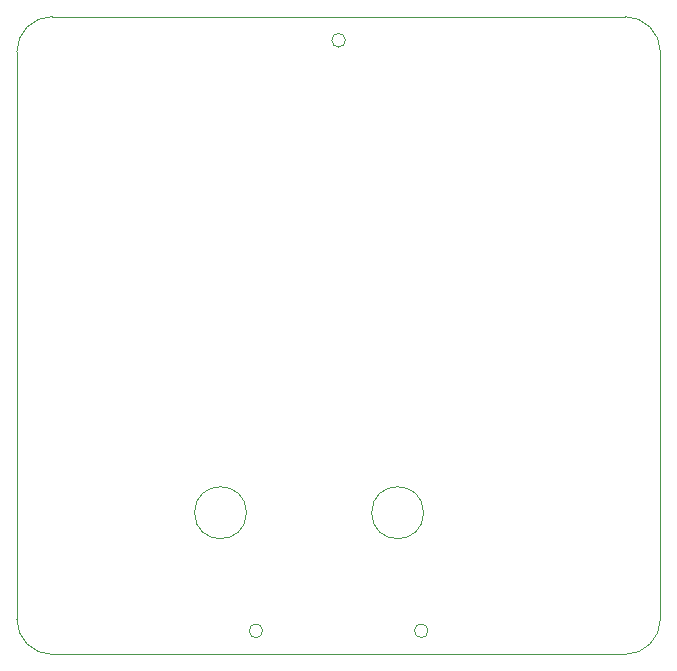
<source format=gbr>
%TF.GenerationSoftware,KiCad,Pcbnew,7.0.7-7.0.7~ubuntu22.04.1*%
%TF.CreationDate,2023-10-06T15:12:17+02:00*%
%TF.ProjectId,ShotClockDisplayPCB,53686f74-436c-46f6-936b-446973706c61,rev?*%
%TF.SameCoordinates,Original*%
%TF.FileFunction,Profile,NP*%
%FSLAX46Y46*%
G04 Gerber Fmt 4.6, Leading zero omitted, Abs format (unit mm)*
G04 Created by KiCad (PCBNEW 7.0.7-7.0.7~ubuntu22.04.1) date 2023-10-06 15:12:17*
%MOMM*%
%LPD*%
G01*
G04 APERTURE LIST*
%TA.AperFunction,Profile*%
%ADD10C,0.100000*%
%TD*%
G04 APERTURE END LIST*
D10*
X44700000Y-67000000D02*
G75*
G03*
X44700000Y-67000000I-2200000J0D01*
G01*
X60076000Y-77000000D02*
G75*
G03*
X60076000Y-77000000I-576000J0D01*
G01*
X59700000Y-67000000D02*
G75*
G03*
X59700000Y-67000000I-2200000J0D01*
G01*
X25250000Y-76000000D02*
G75*
G03*
X28250000Y-79000000I3000000J0D01*
G01*
X25250000Y-76000000D02*
X25250000Y-28000000D01*
X53076000Y-27000000D02*
G75*
G03*
X53076000Y-27000000I-576000J0D01*
G01*
X76750000Y-79000000D02*
G75*
G03*
X79750000Y-76000000I0J3000000D01*
G01*
X46076000Y-77000000D02*
G75*
G03*
X46076000Y-77000000I-576000J0D01*
G01*
X79750000Y-28000000D02*
X79750000Y-76000000D01*
X76750000Y-79000000D02*
X28250000Y-79000000D01*
X28250000Y-25000000D02*
X76750000Y-25000000D01*
X79750000Y-28000000D02*
G75*
G03*
X76750000Y-25000000I-3000000J0D01*
G01*
X28250000Y-25000000D02*
G75*
G03*
X25250000Y-28000000I0J-3000000D01*
G01*
M02*

</source>
